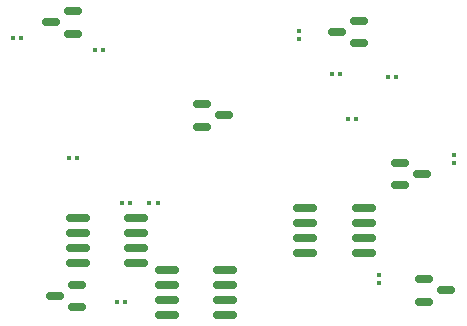
<source format=gbr>
%TF.GenerationSoftware,KiCad,Pcbnew,(7.0.0-0)*%
%TF.CreationDate,2024-03-24T23:26:04+02:00*%
%TF.ProjectId,MicroMouse Sensor ,4d696372-6f4d-46f7-9573-652053656e73,rev?*%
%TF.SameCoordinates,Original*%
%TF.FileFunction,Paste,Top*%
%TF.FilePolarity,Positive*%
%FSLAX46Y46*%
G04 Gerber Fmt 4.6, Leading zero omitted, Abs format (unit mm)*
G04 Created by KiCad (PCBNEW (7.0.0-0)) date 2024-03-24 23:26:04*
%MOMM*%
%LPD*%
G01*
G04 APERTURE LIST*
G04 Aperture macros list*
%AMRoundRect*
0 Rectangle with rounded corners*
0 $1 Rounding radius*
0 $2 $3 $4 $5 $6 $7 $8 $9 X,Y pos of 4 corners*
0 Add a 4 corners polygon primitive as box body*
4,1,4,$2,$3,$4,$5,$6,$7,$8,$9,$2,$3,0*
0 Add four circle primitives for the rounded corners*
1,1,$1+$1,$2,$3*
1,1,$1+$1,$4,$5*
1,1,$1+$1,$6,$7*
1,1,$1+$1,$8,$9*
0 Add four rect primitives between the rounded corners*
20,1,$1+$1,$2,$3,$4,$5,0*
20,1,$1+$1,$4,$5,$6,$7,0*
20,1,$1+$1,$6,$7,$8,$9,0*
20,1,$1+$1,$8,$9,$2,$3,0*%
G04 Aperture macros list end*
%ADD10RoundRect,0.079500X0.100500X-0.079500X0.100500X0.079500X-0.100500X0.079500X-0.100500X-0.079500X0*%
%ADD11RoundRect,0.079500X0.079500X0.100500X-0.079500X0.100500X-0.079500X-0.100500X0.079500X-0.100500X0*%
%ADD12RoundRect,0.150000X0.587500X0.150000X-0.587500X0.150000X-0.587500X-0.150000X0.587500X-0.150000X0*%
%ADD13RoundRect,0.150000X0.825000X0.150000X-0.825000X0.150000X-0.825000X-0.150000X0.825000X-0.150000X0*%
%ADD14RoundRect,0.150000X-0.587500X-0.150000X0.587500X-0.150000X0.587500X0.150000X-0.587500X0.150000X0*%
%ADD15RoundRect,0.079500X-0.100500X0.079500X-0.100500X-0.079500X0.100500X-0.079500X0.100500X0.079500X0*%
%ADD16RoundRect,0.150000X-0.825000X-0.150000X0.825000X-0.150000X0.825000X0.150000X-0.825000X0.150000X0*%
%ADD17RoundRect,0.079500X-0.079500X-0.100500X0.079500X-0.100500X0.079500X0.100500X-0.079500X0.100500X0*%
G04 APERTURE END LIST*
D10*
%TO.C,R9*%
X240175672Y-114169000D03*
X240175672Y-113479000D03*
%TD*%
D11*
%TO.C,R3*%
X236873672Y-96461000D03*
X236183672Y-96461000D03*
%TD*%
D12*
%TO.C,Q6*%
X214267672Y-93027000D03*
X214267672Y-91127000D03*
X212392672Y-92077000D03*
%TD*%
D13*
%TO.C,U3*%
X227124836Y-116830500D03*
X227124836Y-115560500D03*
X227124836Y-114290500D03*
X227124836Y-113020500D03*
X222174836Y-113020500D03*
X222174836Y-114290500D03*
X222174836Y-115560500D03*
X222174836Y-116830500D03*
%TD*%
D11*
%TO.C,R5*%
X218676672Y-115765000D03*
X217986672Y-115765000D03*
%TD*%
D12*
%TO.C,Q2*%
X236619672Y-92905000D03*
X238494672Y-91955000D03*
X238494672Y-93855000D03*
%TD*%
D14*
%TO.C,Q5*%
X245860672Y-114777459D03*
X243985672Y-115727459D03*
X243985672Y-113827459D03*
%TD*%
D13*
%TO.C,U1*%
X219601672Y-112463000D03*
X219601672Y-111193000D03*
X219601672Y-109923000D03*
X219601672Y-108653000D03*
X214651672Y-108653000D03*
X214651672Y-109923000D03*
X214651672Y-111193000D03*
X214651672Y-112463000D03*
%TD*%
D11*
%TO.C,R6*%
X209852672Y-93413000D03*
X209162672Y-93413000D03*
%TD*%
%TO.C,R2*%
X238234672Y-100271000D03*
X237544672Y-100271000D03*
%TD*%
D12*
%TO.C,Q3*%
X212743672Y-115257000D03*
X214618672Y-114307000D03*
X214618672Y-116207000D03*
%TD*%
D11*
%TO.C,R1*%
X240912672Y-96715000D03*
X241602672Y-96715000D03*
%TD*%
D15*
%TO.C,R10*%
X246525672Y-103984000D03*
X246525672Y-103294000D03*
%TD*%
D14*
%TO.C,Q1*%
X241953672Y-103959000D03*
X241953672Y-105859000D03*
X243828672Y-104909000D03*
%TD*%
D11*
%TO.C,R11*%
X219093672Y-107383000D03*
X218403672Y-107383000D03*
%TD*%
D10*
%TO.C,R4*%
X233363672Y-93504000D03*
X233363672Y-92814000D03*
%TD*%
D11*
%TO.C,R7*%
X220714672Y-107383000D03*
X221404672Y-107383000D03*
%TD*%
D16*
%TO.C,U2*%
X233890672Y-107764000D03*
X233890672Y-109034000D03*
X233890672Y-110304000D03*
X233890672Y-111574000D03*
X238840672Y-111574000D03*
X238840672Y-110304000D03*
X238840672Y-109034000D03*
X238840672Y-107764000D03*
%TD*%
D17*
%TO.C,R8*%
X216117672Y-94429000D03*
X216807672Y-94429000D03*
%TD*%
%TO.C,R12*%
X213922672Y-103573000D03*
X214612672Y-103573000D03*
%TD*%
D14*
%TO.C,Q4*%
X225189672Y-99001000D03*
X225189672Y-100901000D03*
X227064672Y-99951000D03*
%TD*%
M02*

</source>
